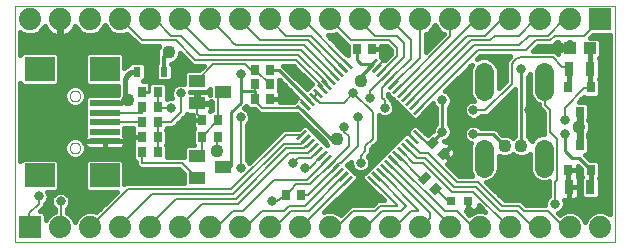
<source format=gtl>
G75*
G70*
%OFA0B0*%
%FSLAX24Y24*%
%IPPOS*%
%LPD*%
%AMOC8*
5,1,8,0,0,1.08239X$1,22.5*
%
%ADD10C,0.0000*%
%ADD11R,0.0276X0.0354*%
%ADD12R,0.0315X0.0315*%
%ADD13R,0.0984X0.0197*%
%ADD14R,0.0984X0.0787*%
%ADD15R,0.0551X0.0394*%
%ADD16R,0.0315X0.0354*%
%ADD17R,0.0315X0.0472*%
%ADD18R,0.0100X0.0394*%
%ADD19R,0.0394X0.0100*%
%ADD20R,0.0740X0.0740*%
%ADD21C,0.0740*%
%ADD22R,0.0248X0.0327*%
%ADD23R,0.0433X0.0394*%
%ADD24C,0.0634*%
%ADD25C,0.0080*%
%ADD26C,0.0160*%
%ADD27C,0.0100*%
%ADD28C,0.0318*%
%ADD29C,0.0436*%
%ADD30C,0.0397*%
%ADD31C,0.0240*%
%ADD32C,0.0120*%
D10*
X000474Y000181D02*
X000474Y008055D01*
X020474Y008055D01*
X020474Y000181D01*
X000474Y000181D01*
X002297Y003315D02*
X002299Y003341D01*
X002305Y003367D01*
X002315Y003392D01*
X002328Y003415D01*
X002344Y003435D01*
X002364Y003453D01*
X002386Y003468D01*
X002409Y003480D01*
X002435Y003488D01*
X002461Y003492D01*
X002487Y003492D01*
X002513Y003488D01*
X002539Y003480D01*
X002563Y003468D01*
X002584Y003453D01*
X002604Y003435D01*
X002620Y003415D01*
X002633Y003392D01*
X002643Y003367D01*
X002649Y003341D01*
X002651Y003315D01*
X002649Y003289D01*
X002643Y003263D01*
X002633Y003238D01*
X002620Y003215D01*
X002604Y003195D01*
X002584Y003177D01*
X002562Y003162D01*
X002539Y003150D01*
X002513Y003142D01*
X002487Y003138D01*
X002461Y003138D01*
X002435Y003142D01*
X002409Y003150D01*
X002385Y003162D01*
X002364Y003177D01*
X002344Y003195D01*
X002328Y003215D01*
X002315Y003238D01*
X002305Y003263D01*
X002299Y003289D01*
X002297Y003315D01*
X002297Y005048D02*
X002299Y005074D01*
X002305Y005100D01*
X002315Y005125D01*
X002328Y005148D01*
X002344Y005168D01*
X002364Y005186D01*
X002386Y005201D01*
X002409Y005213D01*
X002435Y005221D01*
X002461Y005225D01*
X002487Y005225D01*
X002513Y005221D01*
X002539Y005213D01*
X002563Y005201D01*
X002584Y005186D01*
X002604Y005168D01*
X002620Y005148D01*
X002633Y005125D01*
X002643Y005100D01*
X002649Y005074D01*
X002651Y005048D01*
X002649Y005022D01*
X002643Y004996D01*
X002633Y004971D01*
X002620Y004948D01*
X002604Y004928D01*
X002584Y004910D01*
X002562Y004895D01*
X002539Y004883D01*
X002513Y004875D01*
X002487Y004871D01*
X002461Y004871D01*
X002435Y004875D01*
X002409Y004883D01*
X002385Y004895D01*
X002364Y004910D01*
X002344Y004928D01*
X002328Y004948D01*
X002315Y004971D01*
X002305Y004996D01*
X002299Y005022D01*
X002297Y005048D01*
D11*
X004718Y005181D03*
X005230Y005181D03*
X005230Y004681D03*
X004718Y004681D03*
X004718Y004181D03*
X005230Y004181D03*
X005230Y003681D03*
X004718Y003681D03*
X004718Y003181D03*
X005230Y003181D03*
X006718Y003681D03*
X007230Y003681D03*
X007230Y004261D03*
X006718Y004261D03*
X008478Y004961D03*
X008990Y004961D03*
X008990Y005441D03*
X008478Y005441D03*
X008478Y005921D03*
X008990Y005921D03*
X011858Y006601D03*
X012370Y006601D03*
G36*
X014366Y003280D02*
X014171Y003475D01*
X014420Y003724D01*
X014615Y003529D01*
X014366Y003280D01*
G37*
G36*
X014728Y002918D02*
X014533Y003113D01*
X014782Y003362D01*
X014977Y003167D01*
X014728Y002918D01*
G37*
G36*
X014160Y002544D02*
X014355Y002349D01*
X014106Y002100D01*
X013911Y002295D01*
X014160Y002544D01*
G37*
G36*
X014522Y002182D02*
X014717Y001987D01*
X014468Y001738D01*
X014273Y001933D01*
X014522Y002182D01*
G37*
X010010Y001761D03*
X009498Y001761D03*
D12*
X014998Y001541D03*
X015589Y001541D03*
D13*
X003458Y003551D03*
X003458Y003866D03*
X003458Y004181D03*
X003458Y004496D03*
X003458Y004811D03*
D14*
X003458Y005953D03*
X001293Y005953D03*
X001293Y002410D03*
X003458Y002410D03*
D15*
X006541Y002307D03*
X007407Y002681D03*
X006541Y003055D03*
X006541Y004807D03*
X007407Y005181D03*
X006541Y005555D03*
D16*
X018920Y005335D03*
X019668Y005335D03*
X019294Y004508D03*
X019294Y003414D03*
X019668Y002588D03*
X018920Y002588D03*
D17*
X018939Y002001D03*
X019648Y002001D03*
X019648Y005961D03*
X018939Y005961D03*
D18*
G36*
X013819Y004425D02*
X013748Y004496D01*
X014025Y004773D01*
X014096Y004702D01*
X013819Y004425D01*
G37*
G36*
X013680Y004564D02*
X013609Y004635D01*
X013886Y004912D01*
X013957Y004841D01*
X013680Y004564D01*
G37*
G36*
X013541Y004703D02*
X013470Y004774D01*
X013747Y005051D01*
X013818Y004980D01*
X013541Y004703D01*
G37*
G36*
X013402Y004843D02*
X013331Y004914D01*
X013608Y005191D01*
X013679Y005120D01*
X013402Y004843D01*
G37*
G36*
X013263Y004982D02*
X013192Y005053D01*
X013469Y005330D01*
X013540Y005259D01*
X013263Y004982D01*
G37*
G36*
X013123Y005121D02*
X013052Y005192D01*
X013329Y005469D01*
X013400Y005398D01*
X013123Y005121D01*
G37*
G36*
X012984Y005260D02*
X012913Y005331D01*
X013190Y005608D01*
X013261Y005537D01*
X012984Y005260D01*
G37*
G36*
X012845Y005399D02*
X012774Y005470D01*
X013051Y005747D01*
X013122Y005676D01*
X012845Y005399D01*
G37*
G36*
X012706Y005539D02*
X012635Y005610D01*
X012912Y005887D01*
X012983Y005816D01*
X012706Y005539D01*
G37*
G36*
X012567Y005678D02*
X012496Y005749D01*
X012773Y006026D01*
X012844Y005955D01*
X012567Y005678D01*
G37*
G36*
X012427Y005817D02*
X012356Y005888D01*
X012633Y006165D01*
X012704Y006094D01*
X012427Y005817D01*
G37*
G36*
X012288Y005956D02*
X012217Y006027D01*
X012494Y006304D01*
X012565Y006233D01*
X012288Y005956D01*
G37*
G36*
X009922Y003590D02*
X009851Y003661D01*
X010128Y003938D01*
X010199Y003867D01*
X009922Y003590D01*
G37*
G36*
X010061Y003451D02*
X009990Y003522D01*
X010267Y003799D01*
X010338Y003728D01*
X010061Y003451D01*
G37*
G36*
X010200Y003311D02*
X010129Y003382D01*
X010406Y003659D01*
X010477Y003588D01*
X010200Y003311D01*
G37*
G36*
X010340Y003172D02*
X010269Y003243D01*
X010546Y003520D01*
X010617Y003449D01*
X010340Y003172D01*
G37*
G36*
X010479Y003033D02*
X010408Y003104D01*
X010685Y003381D01*
X010756Y003310D01*
X010479Y003033D01*
G37*
G36*
X010618Y002894D02*
X010547Y002965D01*
X010824Y003242D01*
X010895Y003171D01*
X010618Y002894D01*
G37*
G36*
X010757Y002755D02*
X010686Y002826D01*
X010963Y003103D01*
X011034Y003032D01*
X010757Y002755D01*
G37*
G36*
X010896Y002615D02*
X010825Y002686D01*
X011102Y002963D01*
X011173Y002892D01*
X010896Y002615D01*
G37*
G36*
X011036Y002476D02*
X010965Y002547D01*
X011242Y002824D01*
X011313Y002753D01*
X011036Y002476D01*
G37*
G36*
X011175Y002337D02*
X011104Y002408D01*
X011381Y002685D01*
X011452Y002614D01*
X011175Y002337D01*
G37*
G36*
X011314Y002198D02*
X011243Y002269D01*
X011520Y002546D01*
X011591Y002475D01*
X011314Y002198D01*
G37*
G36*
X011453Y002059D02*
X011382Y002130D01*
X011659Y002407D01*
X011730Y002336D01*
X011453Y002059D01*
G37*
D19*
G36*
X012494Y002059D02*
X012217Y002336D01*
X012288Y002407D01*
X012565Y002130D01*
X012494Y002059D01*
G37*
G36*
X012633Y002198D02*
X012356Y002475D01*
X012427Y002546D01*
X012704Y002269D01*
X012633Y002198D01*
G37*
G36*
X012773Y002337D02*
X012496Y002614D01*
X012567Y002685D01*
X012844Y002408D01*
X012773Y002337D01*
G37*
G36*
X012912Y002476D02*
X012635Y002753D01*
X012706Y002824D01*
X012983Y002547D01*
X012912Y002476D01*
G37*
G36*
X013051Y002615D02*
X012774Y002892D01*
X012845Y002963D01*
X013122Y002686D01*
X013051Y002615D01*
G37*
G36*
X013190Y002755D02*
X012913Y003032D01*
X012984Y003103D01*
X013261Y002826D01*
X013190Y002755D01*
G37*
G36*
X013329Y002894D02*
X013052Y003171D01*
X013123Y003242D01*
X013400Y002965D01*
X013329Y002894D01*
G37*
G36*
X013469Y003033D02*
X013192Y003310D01*
X013263Y003381D01*
X013540Y003104D01*
X013469Y003033D01*
G37*
G36*
X013608Y003172D02*
X013331Y003449D01*
X013402Y003520D01*
X013679Y003243D01*
X013608Y003172D01*
G37*
G36*
X013747Y003311D02*
X013470Y003588D01*
X013541Y003659D01*
X013818Y003382D01*
X013747Y003311D01*
G37*
G36*
X013886Y003451D02*
X013609Y003728D01*
X013680Y003799D01*
X013957Y003522D01*
X013886Y003451D01*
G37*
G36*
X014025Y003590D02*
X013748Y003867D01*
X013819Y003938D01*
X014096Y003661D01*
X014025Y003590D01*
G37*
G36*
X010685Y004982D02*
X010408Y005259D01*
X010479Y005330D01*
X010756Y005053D01*
X010685Y004982D01*
G37*
G36*
X010546Y004843D02*
X010269Y005120D01*
X010340Y005191D01*
X010617Y004914D01*
X010546Y004843D01*
G37*
G36*
X010406Y004703D02*
X010129Y004980D01*
X010200Y005051D01*
X010477Y004774D01*
X010406Y004703D01*
G37*
G36*
X010267Y004564D02*
X009990Y004841D01*
X010061Y004912D01*
X010338Y004635D01*
X010267Y004564D01*
G37*
G36*
X010128Y004425D02*
X009851Y004702D01*
X009922Y004773D01*
X010199Y004496D01*
X010128Y004425D01*
G37*
G36*
X010824Y005121D02*
X010547Y005398D01*
X010618Y005469D01*
X010895Y005192D01*
X010824Y005121D01*
G37*
G36*
X010963Y005260D02*
X010686Y005537D01*
X010757Y005608D01*
X011034Y005331D01*
X010963Y005260D01*
G37*
G36*
X011102Y005399D02*
X010825Y005676D01*
X010896Y005747D01*
X011173Y005470D01*
X011102Y005399D01*
G37*
G36*
X011242Y005539D02*
X010965Y005816D01*
X011036Y005887D01*
X011313Y005610D01*
X011242Y005539D01*
G37*
G36*
X011381Y005678D02*
X011104Y005955D01*
X011175Y006026D01*
X011452Y005749D01*
X011381Y005678D01*
G37*
G36*
X011520Y005817D02*
X011243Y006094D01*
X011314Y006165D01*
X011591Y005888D01*
X011520Y005817D01*
G37*
G36*
X011659Y005956D02*
X011382Y006233D01*
X011453Y006304D01*
X011730Y006027D01*
X011659Y005956D01*
G37*
D20*
X019974Y007601D03*
X000974Y000681D03*
D21*
X001974Y000681D03*
X002974Y000681D03*
X003974Y000681D03*
X004974Y000681D03*
X005974Y000681D03*
X006974Y000681D03*
X007974Y000681D03*
X008974Y000681D03*
X009974Y000681D03*
X010974Y000681D03*
X011974Y000681D03*
X012974Y000681D03*
X013974Y000681D03*
X014974Y000681D03*
X015974Y000681D03*
X016974Y000681D03*
X017974Y000681D03*
X018974Y000681D03*
X019974Y000681D03*
X018974Y007601D03*
X017974Y007601D03*
X016974Y007601D03*
X015974Y007601D03*
X014974Y007601D03*
X013974Y007601D03*
X012974Y007601D03*
X011974Y007601D03*
X010974Y007601D03*
X009974Y007601D03*
X008974Y007601D03*
X007974Y007601D03*
X006974Y007601D03*
X005974Y007601D03*
X004974Y007601D03*
X003974Y007601D03*
X002974Y007601D03*
X001974Y007601D03*
X000974Y007601D03*
D22*
X004541Y005861D03*
X005446Y005861D03*
D23*
X018959Y006641D03*
X019628Y006641D03*
D24*
X018114Y005858D02*
X018114Y005225D01*
X016114Y005225D02*
X016114Y005858D01*
X016114Y003298D02*
X016114Y002665D01*
X018114Y002665D02*
X018114Y003298D01*
D25*
X018554Y003621D02*
X018314Y003861D01*
X018314Y004581D01*
X018154Y004741D01*
X018154Y005541D01*
X018114Y005541D01*
X018714Y006021D02*
X018394Y006341D01*
X017402Y006341D01*
X017514Y006581D02*
X017834Y006901D01*
X018314Y006901D01*
X018474Y007061D01*
X019434Y007061D01*
X019974Y007601D01*
X018974Y007601D02*
X018774Y007601D01*
X018234Y007061D01*
X017594Y007061D01*
X017274Y006741D01*
X015786Y006741D01*
X013783Y004738D01*
X013922Y004599D02*
X015905Y006581D01*
X017514Y006581D01*
X017034Y006053D02*
X017034Y005461D01*
X016154Y004581D01*
X015754Y004581D01*
X014184Y003502D02*
X013922Y003764D01*
X013783Y003625D02*
X013466Y003941D01*
X013274Y003941D01*
X012634Y003301D01*
X012474Y003301D01*
X012154Y003221D02*
X011994Y003061D01*
X011994Y002821D01*
X011914Y003381D02*
X011354Y002821D01*
X011274Y002821D01*
X011114Y002661D01*
X011139Y002650D01*
X010250Y001761D01*
X010010Y001761D01*
X009834Y002101D02*
X009658Y001926D01*
X009498Y001761D01*
X009198Y001541D01*
X009034Y001541D01*
X009434Y001701D02*
X009498Y001761D01*
X009834Y002101D02*
X010311Y002101D01*
X010999Y002789D01*
X011034Y002821D01*
X011594Y003381D01*
X011594Y003701D01*
X011434Y003861D01*
X011434Y004021D01*
X011914Y004341D02*
X011914Y003381D01*
X012154Y003381D02*
X012154Y003221D01*
X012154Y003381D02*
X012394Y003621D01*
X012394Y004501D01*
X011754Y005141D01*
X011434Y004821D01*
X010634Y004821D01*
X010474Y004981D01*
X010443Y005017D01*
X010474Y004981D02*
X010474Y005061D01*
X010554Y005141D01*
X010582Y005156D01*
X010721Y005295D02*
X010721Y005374D01*
X009834Y006261D01*
X006474Y006261D01*
X005834Y006901D01*
X004714Y006901D01*
X004014Y007601D01*
X003974Y007601D01*
X004974Y007601D02*
X005134Y007601D01*
X005674Y007061D01*
X005994Y007061D01*
X006634Y006421D01*
X009914Y006421D01*
X010860Y005475D01*
X010860Y005434D01*
X010999Y005573D02*
X009991Y006581D01*
X006954Y006581D01*
X005974Y007561D01*
X005974Y007601D01*
X006954Y007621D02*
X006974Y007601D01*
X007594Y006981D01*
X007754Y006821D01*
X007834Y006741D01*
X010110Y006741D01*
X011139Y005713D01*
X011278Y005852D02*
X010228Y006901D01*
X008634Y006901D01*
X007934Y007601D01*
X007974Y007601D01*
X008894Y007681D02*
X008974Y007601D01*
X009514Y007061D01*
X010346Y007061D01*
X011417Y005991D01*
X011556Y006130D02*
X010085Y007601D01*
X009974Y007601D01*
X010974Y007601D02*
X011674Y006901D01*
X012954Y006901D01*
X013194Y006661D01*
X013194Y006376D01*
X012670Y005852D01*
X012794Y005701D02*
X012809Y005713D01*
X013434Y006337D01*
X013434Y006821D01*
X013194Y007061D01*
X012474Y007061D01*
X011974Y007561D01*
X011974Y007601D01*
X012974Y007601D02*
X013674Y006901D01*
X013674Y006299D01*
X012948Y005573D01*
X012954Y005541D01*
X012714Y005301D01*
X012714Y004981D01*
X012794Y004901D01*
X012794Y004661D01*
X012314Y004981D02*
X012314Y005221D01*
X012794Y005701D01*
X012530Y005991D02*
X012721Y006181D01*
X012874Y006334D01*
X012874Y006501D01*
X012724Y006181D02*
X012721Y006181D01*
X013087Y005434D02*
X013974Y006321D01*
X013974Y007601D01*
X014974Y007601D02*
X014974Y007141D01*
X014974Y007042D01*
X013226Y005295D01*
X013366Y005156D02*
X015891Y007681D01*
X015974Y007601D01*
X016154Y007061D02*
X016694Y007601D01*
X016974Y007601D01*
X017274Y007061D02*
X017814Y007601D01*
X017974Y007601D01*
X017274Y007061D02*
X016474Y007061D01*
X016314Y006901D01*
X015668Y006901D01*
X013644Y004877D01*
X013505Y005017D02*
X015550Y007061D01*
X016154Y007061D01*
X017033Y006053D02*
X017039Y006087D01*
X017049Y006120D01*
X017062Y006153D01*
X017078Y006183D01*
X017097Y006212D01*
X017120Y006239D01*
X017145Y006263D01*
X017172Y006284D01*
X017201Y006302D01*
X017232Y006318D01*
X017265Y006329D01*
X017299Y006338D01*
X017333Y006343D01*
X017367Y006344D01*
X017402Y006342D01*
X018714Y006021D02*
X018874Y006021D01*
X018939Y005961D01*
X019594Y005301D02*
X019668Y005335D01*
X019594Y005301D02*
X019434Y005301D01*
X018794Y004661D01*
X018794Y004261D01*
X018554Y003621D02*
X018554Y002261D01*
X018474Y002181D01*
X018474Y001461D01*
X018234Y001221D02*
X018774Y000681D01*
X018974Y000681D01*
X017974Y000681D02*
X017734Y000681D01*
X017194Y001221D01*
X016634Y001221D01*
X015834Y002021D01*
X015114Y002021D01*
X014154Y002981D01*
X013870Y002981D01*
X013505Y003346D01*
X013366Y003207D02*
X013751Y002821D01*
X014074Y002821D01*
X015034Y001861D01*
X015754Y001861D01*
X016934Y000681D01*
X016974Y000681D01*
X015974Y000681D02*
X015734Y000681D01*
X015194Y001221D01*
X014794Y001221D01*
X013087Y002929D01*
X012948Y002789D02*
X014974Y000764D01*
X014974Y000681D01*
X014314Y000981D02*
X014014Y000681D01*
X013974Y000681D01*
X014314Y000981D02*
X014314Y001145D01*
X012809Y002650D01*
X012670Y002511D02*
X013914Y001267D01*
X013914Y001221D01*
X013674Y001221D01*
X013134Y000681D01*
X012974Y000681D01*
X012714Y001221D02*
X012174Y000681D01*
X011974Y000681D01*
X011754Y001221D02*
X011214Y000681D01*
X010974Y000681D01*
X010005Y000681D02*
X009974Y000681D01*
X010005Y000681D02*
X011556Y002233D01*
X011417Y002372D02*
X010266Y001221D01*
X009674Y001221D01*
X009134Y000681D01*
X008974Y000681D01*
X008714Y001221D02*
X008174Y000681D01*
X007974Y000681D01*
X007754Y001221D02*
X007214Y000681D01*
X006974Y000681D01*
X006714Y001461D02*
X005974Y000721D01*
X005974Y000681D01*
X005834Y001621D02*
X004974Y000761D01*
X004974Y000681D01*
X003974Y000681D02*
X003974Y000721D01*
X005034Y001781D01*
X007754Y001781D01*
X009434Y003461D01*
X010001Y003461D01*
X010164Y003625D01*
X010303Y003485D02*
X010119Y003301D01*
X009514Y003301D01*
X007834Y001621D01*
X005834Y001621D01*
X006714Y001461D02*
X007914Y001461D01*
X009594Y003141D01*
X010238Y003141D01*
X010443Y003346D01*
X010582Y003207D02*
X010356Y002981D01*
X009914Y002981D01*
X009754Y002821D01*
X010154Y002661D02*
X010315Y002661D01*
X010721Y003068D01*
X010860Y002929D02*
X010193Y002261D01*
X009114Y002261D01*
X008074Y001221D01*
X007754Y001221D01*
X008714Y001221D02*
X009434Y001221D01*
X009594Y001381D01*
X010148Y001381D01*
X011278Y002511D01*
X012391Y002233D02*
X013194Y001430D01*
X013194Y001381D01*
X012634Y001381D01*
X012474Y001221D01*
X011754Y001221D01*
X012714Y001221D02*
X013354Y001221D01*
X013514Y001381D01*
X013514Y001389D01*
X012530Y002372D01*
X013226Y003068D02*
X013972Y002322D01*
X014133Y002322D01*
X014495Y001960D02*
X014914Y001541D01*
X014998Y001541D01*
X015589Y001541D02*
X015594Y001537D01*
X015594Y001221D01*
X015914Y002181D02*
X016714Y001381D01*
X017274Y001381D01*
X017434Y001221D01*
X018234Y001221D01*
X015914Y002181D02*
X015194Y002181D01*
X014234Y003141D01*
X013988Y003141D01*
X013644Y003485D01*
X014184Y003502D02*
X014393Y003502D01*
X010025Y003764D02*
X009496Y003764D01*
X007674Y001941D01*
X004234Y001941D01*
X002974Y000681D01*
X001994Y000741D02*
X001974Y000681D01*
X001994Y000741D02*
X001994Y001541D01*
X001274Y001461D02*
X001274Y001701D01*
X001274Y001461D02*
X000954Y001141D01*
X000954Y000741D01*
X000974Y000681D01*
X004714Y002821D02*
X004718Y002826D01*
X004718Y003181D01*
X005230Y003181D02*
X005230Y003681D01*
X005230Y004181D01*
X005674Y004181D01*
X005994Y004501D01*
X005994Y005141D01*
X005230Y005181D02*
X005230Y004681D01*
X005274Y004661D01*
X005674Y004661D01*
X006541Y004807D02*
X006541Y004439D01*
X006718Y004261D01*
X007230Y004261D02*
X006718Y003681D01*
X006718Y003233D01*
X006541Y003055D01*
X006027Y002821D02*
X004714Y002821D01*
X006027Y002821D02*
X006541Y002307D01*
X007994Y002661D02*
X007994Y004341D01*
X008478Y004897D02*
X008714Y004661D01*
X009963Y004661D01*
X010025Y004599D01*
X010164Y004738D02*
X009681Y005221D01*
X009514Y005221D01*
X008990Y005441D02*
X008478Y005921D01*
X008334Y005921D01*
X008154Y006101D01*
X007087Y006101D01*
X006541Y005555D01*
X007230Y005004D02*
X007407Y005181D01*
X007230Y005004D02*
X007230Y004261D01*
X007230Y003681D02*
X007194Y003621D01*
X007194Y003221D01*
X004718Y004181D02*
X003458Y004181D01*
X003458Y004496D02*
X004718Y004496D01*
X004718Y004681D01*
X004234Y004901D02*
X004114Y004941D01*
X008478Y004961D02*
X008478Y004897D01*
X008478Y004961D02*
X008478Y005441D01*
D26*
X009287Y005413D02*
X009470Y005413D01*
X009312Y005572D02*
X009287Y005572D01*
X009287Y005596D02*
X009888Y004995D01*
X009846Y004953D01*
X009822Y004911D01*
X009818Y004897D01*
X009783Y004861D01*
X009307Y004861D01*
X009307Y004961D01*
X008990Y004961D01*
X008990Y004962D01*
X009307Y004962D01*
X009307Y005162D01*
X009295Y005208D01*
X009287Y005221D01*
X009287Y005596D01*
X009747Y005730D02*
X010082Y005730D01*
X010240Y005572D02*
X009906Y005572D01*
X010064Y005413D02*
X010335Y005413D01*
X010367Y005445D02*
X009751Y006061D01*
X009416Y006061D01*
X010200Y005278D01*
X010272Y005351D01*
X010367Y005445D01*
X009629Y005255D02*
X009287Y005255D01*
X009307Y005096D02*
X009787Y005096D01*
X009837Y004938D02*
X009307Y004938D01*
X008631Y004461D02*
X008514Y004579D01*
X008468Y004624D01*
X008274Y004624D01*
X008184Y004714D01*
X008108Y004639D01*
X008174Y004612D01*
X008264Y004522D01*
X008313Y004405D01*
X008313Y004278D01*
X008264Y004161D01*
X008194Y004090D01*
X008194Y002913D01*
X008264Y002842D01*
X008272Y002823D01*
X009296Y003847D01*
X009296Y003847D01*
X009413Y003964D01*
X009928Y003964D01*
X010062Y004098D01*
X010195Y004098D01*
X010334Y003959D01*
X010473Y003820D01*
X010613Y003681D01*
X010777Y003516D01*
X010777Y003516D01*
X010864Y003429D01*
X010840Y003487D01*
X010793Y003534D01*
X010063Y004264D01*
X010062Y004264D01*
X009866Y004461D01*
X008631Y004461D01*
X008630Y004462D02*
X008289Y004462D01*
X008313Y004304D02*
X010023Y004304D01*
X010182Y004145D02*
X008248Y004145D01*
X008194Y003986D02*
X009951Y003986D01*
X010307Y003986D02*
X010340Y003986D01*
X010465Y003828D02*
X010499Y003828D01*
X010624Y003669D02*
X010658Y003669D01*
X010782Y003511D02*
X010816Y003511D01*
X011554Y002739D02*
X011675Y002860D01*
X011675Y002758D01*
X011723Y002641D01*
X011813Y002551D01*
X011930Y002502D01*
X012057Y002502D01*
X012174Y002551D01*
X012264Y002641D01*
X012313Y002758D01*
X012313Y002885D01*
X012264Y003002D01*
X012241Y003026D01*
X012354Y003139D01*
X012354Y003299D01*
X012594Y003539D01*
X012594Y003704D01*
X012594Y004410D01*
X012613Y004391D01*
X012730Y004342D01*
X012857Y004342D01*
X012974Y004391D01*
X013064Y004481D01*
X013113Y004598D01*
X013113Y004725D01*
X013064Y004842D01*
X012994Y004913D01*
X012994Y004984D01*
X012914Y005064D01*
X012914Y005103D01*
X012917Y005100D01*
X013056Y004960D01*
X013196Y004821D01*
X013335Y004682D01*
X013474Y004543D01*
X013613Y004404D01*
X013752Y004264D01*
X013885Y004264D01*
X014257Y004636D01*
X014257Y004651D01*
X014409Y004803D01*
X014443Y004721D01*
X014504Y004660D01*
X014504Y004103D01*
X014443Y004042D01*
X014395Y003925D01*
X014395Y003885D01*
X014354Y003885D01*
X014226Y003757D01*
X013885Y004098D01*
X013752Y004098D01*
X013625Y003971D01*
X013610Y003967D01*
X013569Y003943D01*
X013517Y003891D01*
X013588Y003820D01*
X013588Y003820D01*
X013588Y003820D01*
X013517Y003891D01*
X013465Y003839D01*
X013441Y003798D01*
X013437Y003783D01*
X013309Y003656D01*
X013170Y003516D01*
X013031Y003377D01*
X012892Y003238D01*
X012753Y003099D01*
X012614Y002960D01*
X012474Y002820D01*
X012335Y002681D01*
X012196Y002542D01*
X012057Y002403D01*
X012057Y002270D01*
X012429Y001898D01*
X012443Y001898D01*
X012760Y001581D01*
X012717Y001581D01*
X012551Y001581D01*
X012391Y001421D01*
X011837Y001421D01*
X011671Y001421D01*
X011327Y001078D01*
X011274Y001131D01*
X011079Y001211D01*
X010868Y001211D01*
X010782Y001176D01*
X011504Y001898D01*
X011519Y001898D01*
X011891Y002270D01*
X011891Y002403D01*
X011726Y002567D01*
X011587Y002706D01*
X011554Y002739D01*
X011575Y002718D02*
X011691Y002718D01*
X011734Y002560D02*
X011804Y002560D01*
X011891Y002401D02*
X012057Y002401D01*
X012183Y002560D02*
X012214Y002560D01*
X012296Y002718D02*
X012372Y002718D01*
X012313Y002877D02*
X012531Y002877D01*
X012689Y003035D02*
X012250Y003035D01*
X012354Y003194D02*
X012848Y003194D01*
X013006Y003352D02*
X012407Y003352D01*
X012566Y003511D02*
X013165Y003511D01*
X013323Y003669D02*
X012594Y003669D01*
X012594Y003828D02*
X013458Y003828D01*
X013580Y003828D02*
X013580Y003828D01*
X013640Y003986D02*
X012594Y003986D01*
X012594Y004145D02*
X014504Y004145D01*
X014504Y004304D02*
X013924Y004304D01*
X013713Y004304D02*
X012594Y004304D01*
X013046Y004462D02*
X013555Y004462D01*
X013396Y004621D02*
X013113Y004621D01*
X013090Y004779D02*
X013238Y004779D01*
X013079Y004938D02*
X012994Y004938D01*
X012920Y005096D02*
X012914Y005096D01*
X014241Y004621D02*
X014504Y004621D01*
X014504Y004462D02*
X014082Y004462D01*
X014385Y004779D02*
X014419Y004779D01*
X014924Y004660D02*
X014984Y004721D01*
X015033Y004838D01*
X015033Y004965D01*
X014984Y005082D01*
X014894Y005172D01*
X014812Y005206D01*
X015692Y006086D01*
X015637Y005953D01*
X015637Y005130D01*
X015709Y004954D01*
X015764Y004900D01*
X015690Y004900D01*
X015573Y004852D01*
X015483Y004762D01*
X015435Y004645D01*
X015435Y004518D01*
X015483Y004401D01*
X015573Y004311D01*
X015690Y004262D01*
X015817Y004262D01*
X015934Y004311D01*
X016005Y004381D01*
X016237Y004381D01*
X016354Y004499D01*
X017116Y005261D01*
X017117Y005261D02*
X017144Y005289D01*
X017144Y003704D01*
X017139Y003702D01*
X017074Y003636D01*
X017008Y003702D01*
X016869Y003759D01*
X016718Y003759D01*
X016714Y003758D01*
X016604Y003868D01*
X016481Y003991D01*
X015995Y003991D01*
X015934Y004052D01*
X015817Y004100D01*
X015690Y004100D01*
X015573Y004052D01*
X015483Y003962D01*
X015435Y003845D01*
X015435Y003718D01*
X015483Y003601D01*
X015573Y003511D01*
X015669Y003471D01*
X015637Y003393D01*
X015637Y002570D01*
X015709Y002394D01*
X015723Y002381D01*
X015277Y002381D01*
X014861Y002797D01*
X014979Y002916D01*
X015121Y003058D01*
X015145Y003099D01*
X015157Y003145D01*
X015157Y003192D01*
X015145Y003238D01*
X015121Y003279D01*
X015007Y003393D01*
X014893Y003507D01*
X014852Y003531D01*
X014806Y003543D01*
X014779Y003543D01*
X014894Y003591D01*
X014984Y003681D01*
X015033Y003798D01*
X015033Y003925D01*
X014984Y004042D01*
X014924Y004103D01*
X014924Y004660D01*
X014924Y004621D02*
X015435Y004621D01*
X015458Y004462D02*
X014924Y004462D01*
X014924Y004304D02*
X015591Y004304D01*
X015917Y004304D02*
X017144Y004304D01*
X017144Y004145D02*
X014924Y004145D01*
X015007Y003986D02*
X015508Y003986D01*
X015435Y003828D02*
X015033Y003828D01*
X014973Y003669D02*
X015455Y003669D01*
X015573Y003511D02*
X014887Y003511D01*
X015007Y003393D02*
X014755Y003141D01*
X014755Y003141D01*
X015007Y003393D01*
X014966Y003352D02*
X014967Y003352D01*
X015048Y003352D02*
X015637Y003352D01*
X015637Y003194D02*
X015157Y003194D01*
X015099Y003035D02*
X015637Y003035D01*
X015637Y002877D02*
X014940Y002877D01*
X014979Y002916D02*
X014755Y003140D01*
X014979Y002916D01*
X014860Y003035D02*
X014860Y003035D01*
X014755Y003140D02*
X014755Y003140D01*
X014808Y003194D02*
X014808Y003194D01*
X014940Y002718D02*
X015637Y002718D01*
X015641Y002560D02*
X015098Y002560D01*
X015257Y002401D02*
X015707Y002401D01*
X016190Y002188D02*
X016209Y002188D01*
X016384Y002260D01*
X016518Y002394D01*
X016591Y002570D01*
X016591Y003056D01*
X016718Y003003D01*
X016869Y003003D01*
X017008Y003061D01*
X017074Y003127D01*
X017139Y003061D01*
X017278Y003003D01*
X017429Y003003D01*
X017568Y003061D01*
X017637Y003130D01*
X017637Y002570D01*
X017709Y002394D01*
X017844Y002260D01*
X018019Y002188D01*
X018209Y002188D01*
X018274Y002215D01*
X018274Y001713D01*
X018203Y001642D01*
X018155Y001525D01*
X018155Y001421D01*
X018151Y001421D01*
X017517Y001421D01*
X017357Y001581D01*
X017191Y001581D01*
X016797Y001581D01*
X016190Y002188D01*
X016294Y002084D02*
X018274Y002084D01*
X018274Y001925D02*
X016453Y001925D01*
X016611Y001767D02*
X018274Y001767D01*
X018189Y001608D02*
X016770Y001608D01*
X016041Y001291D02*
X015901Y001291D01*
X015890Y001273D02*
X015914Y001314D01*
X015926Y001360D01*
X015926Y001406D01*
X016150Y001182D01*
X016079Y001211D01*
X015868Y001211D01*
X015673Y001131D01*
X015620Y001078D01*
X015494Y001204D01*
X015589Y001204D01*
X015770Y001204D01*
X015816Y001216D01*
X015857Y001240D01*
X015890Y001273D01*
X015678Y001133D02*
X015565Y001133D01*
X015589Y001204D02*
X015589Y001541D01*
X015589Y001204D01*
X015589Y001291D02*
X015589Y001291D01*
X015589Y001450D02*
X015589Y001450D01*
X015589Y001541D02*
X015589Y001541D01*
X016341Y002242D02*
X017887Y002242D01*
X017707Y002401D02*
X016521Y002401D01*
X016586Y002560D02*
X017641Y002560D01*
X017637Y002718D02*
X016591Y002718D01*
X016591Y002877D02*
X017637Y002877D01*
X017637Y003035D02*
X017506Y003035D01*
X017201Y003035D02*
X016946Y003035D01*
X016641Y003035D02*
X016591Y003035D01*
X017568Y003702D02*
X017674Y003596D01*
X017697Y003539D01*
X017709Y003568D01*
X017844Y003702D01*
X018019Y003775D01*
X018117Y003775D01*
X018114Y003779D01*
X018114Y004499D01*
X018071Y004541D01*
X017954Y004659D01*
X017954Y004775D01*
X017844Y004820D01*
X017709Y004954D01*
X017637Y005130D01*
X017637Y005791D01*
X017624Y005761D01*
X017564Y005700D01*
X017564Y003704D01*
X017568Y003702D01*
X017600Y003669D02*
X017810Y003669D01*
X017564Y003828D02*
X018114Y003828D01*
X018114Y003986D02*
X017564Y003986D01*
X017564Y004145D02*
X018114Y004145D01*
X018114Y004304D02*
X017564Y004304D01*
X017564Y004462D02*
X018114Y004462D01*
X017992Y004621D02*
X017564Y004621D01*
X017564Y004779D02*
X017943Y004779D01*
X017726Y004938D02*
X017564Y004938D01*
X017564Y005096D02*
X017651Y005096D01*
X017637Y005255D02*
X017564Y005255D01*
X017564Y005413D02*
X017637Y005413D01*
X017637Y005572D02*
X017564Y005572D01*
X017594Y005730D02*
X017637Y005730D01*
X016834Y005730D02*
X016591Y005730D01*
X016591Y005572D02*
X016834Y005572D01*
X016834Y005544D02*
X016591Y005301D01*
X016591Y005953D01*
X016518Y006128D01*
X016384Y006262D01*
X016209Y006335D01*
X016019Y006335D01*
X015886Y006280D01*
X015988Y006381D01*
X016975Y006381D01*
X016852Y006218D01*
X016844Y006146D01*
X016834Y006136D01*
X016834Y006065D01*
X016825Y005995D01*
X016834Y005984D01*
X016834Y005544D01*
X016703Y005413D02*
X016591Y005413D01*
X017110Y005255D02*
X017144Y005255D01*
X017117Y005261D02*
X017116Y005261D01*
X017144Y005096D02*
X016951Y005096D01*
X016793Y004938D02*
X017144Y004938D01*
X017144Y004779D02*
X016634Y004779D01*
X016476Y004621D02*
X017144Y004621D01*
X017144Y004462D02*
X016317Y004462D01*
X016354Y004499D02*
X016354Y004499D01*
X015726Y004938D02*
X015033Y004938D01*
X015008Y004779D02*
X015500Y004779D01*
X015651Y005096D02*
X014970Y005096D01*
X014861Y005255D02*
X015637Y005255D01*
X015637Y005413D02*
X015020Y005413D01*
X015178Y005572D02*
X015637Y005572D01*
X015637Y005730D02*
X015337Y005730D01*
X015495Y005889D02*
X015637Y005889D01*
X015654Y006048D02*
X015676Y006048D01*
X015971Y006365D02*
X016962Y006365D01*
X016852Y006218D02*
X016852Y006218D01*
X016851Y006206D02*
X016440Y006206D01*
X016551Y006048D02*
X016832Y006048D01*
X016834Y005889D02*
X016591Y005889D01*
X017756Y006541D02*
X017917Y006701D01*
X018231Y006701D01*
X018397Y006701D01*
X018557Y006861D01*
X018563Y006861D01*
X018563Y006660D01*
X018940Y006660D01*
X018940Y006623D01*
X018563Y006623D01*
X018563Y006455D01*
X018477Y006541D01*
X017756Y006541D01*
X017897Y006682D02*
X018563Y006682D01*
X018563Y006523D02*
X018495Y006523D01*
X018535Y006840D02*
X018563Y006840D01*
X018941Y006840D02*
X018977Y006840D01*
X018977Y006861D02*
X018977Y006660D01*
X018941Y006660D01*
X018941Y006861D01*
X018977Y006861D01*
X018977Y006682D02*
X018941Y006682D01*
X019628Y006641D02*
X019648Y006622D01*
X019648Y005961D01*
X019648Y005355D01*
X019668Y005335D01*
X019985Y005413D02*
X020294Y005413D01*
X020294Y005572D02*
X019985Y005572D01*
X019985Y005579D02*
X019935Y005629D01*
X019965Y005659D01*
X019965Y006264D01*
X019928Y006301D01*
X020005Y006378D01*
X020005Y006905D01*
X019911Y006998D01*
X019653Y006998D01*
X019727Y007071D01*
X020294Y007071D01*
X020294Y001111D01*
X020274Y001131D01*
X020079Y001211D01*
X019868Y001211D01*
X019673Y001131D01*
X019524Y000982D01*
X019474Y000859D01*
X019423Y000982D01*
X019274Y001131D01*
X019079Y001211D01*
X018868Y001211D01*
X018673Y001131D01*
X018640Y001098D01*
X018578Y001159D01*
X018654Y001191D01*
X018744Y001281D01*
X018793Y001398D01*
X018793Y001525D01*
X018768Y001585D01*
X018939Y001585D01*
X018939Y002001D01*
X018940Y002001D01*
X018940Y002002D01*
X019277Y002002D01*
X019277Y002261D01*
X019265Y002307D01*
X019245Y002341D01*
X019257Y002387D01*
X019257Y002587D01*
X018920Y002587D01*
X018920Y002588D01*
X019257Y002588D01*
X019257Y002701D01*
X019350Y002608D01*
X019350Y002344D01*
X019361Y002334D01*
X019331Y002304D01*
X019331Y001699D01*
X019424Y001605D01*
X019872Y001605D01*
X019965Y001699D01*
X019965Y002304D01*
X019955Y002314D01*
X019985Y002344D01*
X019985Y002831D01*
X019891Y002925D01*
X019627Y002925D01*
X019475Y003077D01*
X019517Y003077D01*
X019611Y003171D01*
X019611Y003658D01*
X019574Y003695D01*
X019574Y003787D01*
X019594Y003807D01*
X019652Y003946D01*
X019652Y004097D01*
X019594Y004236D01*
X019588Y004242D01*
X019611Y004265D01*
X019611Y004752D01*
X019517Y004845D01*
X019261Y004845D01*
X019429Y005013D01*
X019444Y004998D01*
X019891Y004998D01*
X019985Y005092D01*
X019985Y005579D01*
X019965Y005730D02*
X020294Y005730D01*
X020294Y005889D02*
X019965Y005889D01*
X019965Y006048D02*
X020294Y006048D01*
X020294Y006206D02*
X019965Y006206D01*
X019991Y006365D02*
X020294Y006365D01*
X020294Y006523D02*
X020005Y006523D01*
X020005Y006682D02*
X020294Y006682D01*
X020294Y006840D02*
X020005Y006840D01*
X020294Y006999D02*
X019654Y006999D01*
X018939Y005961D02*
X018939Y005355D01*
X018920Y005335D01*
X019353Y004938D02*
X020294Y004938D01*
X020294Y004779D02*
X019584Y004779D01*
X019611Y004621D02*
X020294Y004621D01*
X020294Y004462D02*
X019611Y004462D01*
X019611Y004304D02*
X020294Y004304D01*
X020294Y004145D02*
X019632Y004145D01*
X019652Y003986D02*
X020294Y003986D01*
X020294Y003828D02*
X019603Y003828D01*
X019600Y003669D02*
X020294Y003669D01*
X020294Y003511D02*
X019611Y003511D01*
X019611Y003352D02*
X020294Y003352D01*
X020294Y003194D02*
X019611Y003194D01*
X019517Y003035D02*
X020294Y003035D01*
X020294Y002877D02*
X019940Y002877D01*
X019985Y002718D02*
X020294Y002718D01*
X020294Y002560D02*
X019985Y002560D01*
X019985Y002401D02*
X020294Y002401D01*
X020294Y002242D02*
X019965Y002242D01*
X019965Y002084D02*
X020294Y002084D01*
X020294Y001925D02*
X019965Y001925D01*
X019668Y002021D02*
X019668Y002588D01*
X019350Y002560D02*
X019257Y002560D01*
X019257Y002401D02*
X019350Y002401D01*
X019331Y002242D02*
X019277Y002242D01*
X019277Y002084D02*
X019331Y002084D01*
X019277Y002001D02*
X018940Y002001D01*
X018940Y001585D01*
X019121Y001585D01*
X019166Y001597D01*
X019207Y001621D01*
X019241Y001655D01*
X019265Y001696D01*
X019277Y001741D01*
X019277Y002001D01*
X019277Y001925D02*
X019331Y001925D01*
X018940Y001925D02*
X018939Y001925D01*
X018939Y002001D02*
X018920Y002021D01*
X018920Y002588D01*
X019648Y002001D02*
X019668Y002021D01*
X019965Y001767D02*
X020294Y001767D01*
X020294Y001608D02*
X019875Y001608D01*
X020294Y001450D02*
X018793Y001450D01*
X018749Y001291D02*
X020294Y001291D01*
X020294Y001133D02*
X020269Y001133D01*
X019678Y001133D02*
X019269Y001133D01*
X019426Y000974D02*
X019521Y000974D01*
X018678Y001133D02*
X018605Y001133D01*
X018155Y001450D02*
X017488Y001450D01*
X018939Y001608D02*
X018940Y001608D01*
X019185Y001608D02*
X019421Y001608D01*
X019331Y001767D02*
X019277Y001767D01*
X018940Y001767D02*
X018939Y001767D01*
X017107Y003669D02*
X017040Y003669D01*
X017144Y003828D02*
X016644Y003828D01*
X016486Y003986D02*
X017144Y003986D01*
X019274Y004021D02*
X019294Y004021D01*
X019985Y005096D02*
X020294Y005096D01*
X020294Y005255D02*
X019985Y005255D01*
X014763Y007115D02*
X014174Y006525D01*
X014174Y007111D01*
X014274Y007152D01*
X014423Y007301D01*
X014474Y007424D01*
X014524Y007301D01*
X014673Y007152D01*
X014763Y007115D01*
X014668Y007157D02*
X014279Y007157D01*
X014429Y007316D02*
X014518Y007316D01*
X014647Y006999D02*
X014174Y006999D01*
X014174Y006840D02*
X014489Y006840D01*
X014330Y006682D02*
X014174Y006682D01*
X012994Y006579D02*
X012994Y006459D01*
X012795Y006260D01*
X012745Y006309D01*
X012704Y006333D01*
X012689Y006337D01*
X012674Y006352D01*
X012675Y006355D01*
X012687Y006401D01*
X012687Y006601D01*
X012370Y006601D01*
X012370Y006602D01*
X012687Y006602D01*
X012687Y006701D01*
X012871Y006701D01*
X012994Y006579D01*
X012994Y006523D02*
X012687Y006523D01*
X012687Y006682D02*
X012891Y006682D01*
X012900Y006365D02*
X012678Y006365D01*
X011560Y006423D02*
X011519Y006465D01*
X011504Y006465D01*
X010898Y007071D01*
X011079Y007071D01*
X011179Y007113D01*
X011474Y006819D01*
X011560Y006732D01*
X011560Y006423D01*
X011560Y006523D02*
X011446Y006523D01*
X011560Y006682D02*
X011287Y006682D01*
X011129Y006840D02*
X011452Y006840D01*
X011293Y006999D02*
X010970Y006999D01*
X009765Y006048D02*
X009430Y006048D01*
X009589Y005889D02*
X009923Y005889D01*
X008472Y004621D02*
X008153Y004621D01*
X007030Y004621D02*
X006996Y004621D01*
X006996Y004587D02*
X006996Y004789D01*
X006559Y004789D01*
X006559Y004826D01*
X006522Y004826D01*
X006522Y005184D01*
X006313Y005184D01*
X006313Y005199D01*
X006882Y005199D01*
X006971Y005287D01*
X006971Y005096D01*
X006971Y005096D01*
X006960Y005115D01*
X006927Y005148D01*
X006886Y005172D01*
X006840Y005184D01*
X006559Y005184D01*
X006559Y004826D01*
X006996Y004826D01*
X006996Y004893D01*
X007030Y004860D01*
X007030Y004599D01*
X007026Y004599D01*
X006990Y004563D01*
X006996Y004587D01*
X006996Y004779D02*
X007030Y004779D01*
X006559Y004938D02*
X006522Y004938D01*
X006522Y005096D02*
X006559Y005096D01*
X006939Y005255D02*
X006971Y005255D01*
X006105Y005441D02*
X006057Y005460D01*
X005930Y005460D01*
X005813Y005412D01*
X005723Y005322D01*
X005675Y005205D01*
X005675Y005078D01*
X005715Y004980D01*
X005610Y004980D01*
X005527Y004946D01*
X005527Y005425D01*
X005434Y005519D01*
X005026Y005519D01*
X004988Y005481D01*
X004966Y005503D01*
X004925Y005526D01*
X004879Y005539D01*
X004732Y005539D01*
X004825Y005632D01*
X004825Y006091D01*
X004731Y006185D01*
X004351Y006185D01*
X004257Y006091D01*
X004257Y006068D01*
X004143Y006021D01*
X004143Y006021D01*
X004110Y005988D01*
X004110Y006413D01*
X004016Y006507D01*
X002900Y006507D01*
X002806Y006413D01*
X002806Y005493D01*
X002900Y005399D01*
X003914Y005399D01*
X003914Y005116D01*
X003913Y005116D01*
X003894Y005070D01*
X002900Y005070D01*
X002831Y005001D01*
X002831Y005119D01*
X002776Y005250D01*
X002676Y005350D01*
X002545Y005405D01*
X002403Y005405D01*
X002271Y005350D01*
X002171Y005250D01*
X002117Y005119D01*
X002117Y004976D01*
X002171Y004845D01*
X002271Y004745D01*
X002403Y004690D01*
X002545Y004690D01*
X002676Y004745D01*
X002776Y004845D01*
X002806Y004916D01*
X002806Y004661D01*
X002806Y004332D01*
X002806Y004031D01*
X002806Y003733D01*
X002798Y003719D01*
X002786Y003674D01*
X002786Y003552D01*
X003458Y003552D01*
X004130Y003552D01*
X004130Y003674D01*
X004118Y003719D01*
X004110Y003733D01*
X004110Y003981D01*
X004420Y003981D01*
X004420Y003941D01*
X004412Y003928D01*
X004400Y003882D01*
X004400Y003682D01*
X004717Y003682D01*
X004717Y003681D01*
X004400Y003681D01*
X004400Y003481D01*
X004412Y003435D01*
X004420Y003421D01*
X004420Y002938D01*
X004514Y002844D01*
X004514Y002739D01*
X004631Y002621D01*
X004797Y002621D01*
X005944Y002621D01*
X006105Y002460D01*
X006105Y002141D01*
X004317Y002141D01*
X004151Y002141D01*
X004110Y002101D01*
X004110Y002870D01*
X004016Y002963D01*
X002900Y002963D01*
X002806Y002870D01*
X002806Y001950D01*
X002900Y001856D01*
X003866Y001856D01*
X003179Y001170D01*
X003079Y001211D01*
X002868Y001211D01*
X002673Y001131D01*
X002524Y000982D01*
X002474Y000859D01*
X002423Y000982D01*
X002274Y001131D01*
X002194Y001164D01*
X002194Y001290D01*
X002264Y001361D01*
X002313Y001478D01*
X002313Y001605D01*
X002264Y001722D01*
X002174Y001812D01*
X002057Y001860D01*
X001930Y001860D01*
X001813Y001812D01*
X001723Y001722D01*
X001675Y001605D01*
X001675Y001478D01*
X001723Y001361D01*
X001794Y001290D01*
X001794Y001181D01*
X001673Y001131D01*
X001524Y000982D01*
X001504Y000932D01*
X001504Y001118D01*
X001410Y001211D01*
X001306Y001211D01*
X001357Y001261D01*
X001474Y001379D01*
X001474Y001450D01*
X001686Y001450D01*
X001544Y001521D02*
X001593Y001638D01*
X001593Y001765D01*
X001555Y001856D01*
X001851Y001856D01*
X001945Y001950D01*
X001945Y002870D01*
X001851Y002963D01*
X000734Y002963D01*
X000654Y002883D01*
X000654Y005480D01*
X000734Y005399D01*
X001851Y005399D01*
X001945Y005493D01*
X001945Y006413D01*
X001851Y006507D01*
X000734Y006507D01*
X000654Y006426D01*
X000654Y007172D01*
X000673Y007152D01*
X000868Y007071D01*
X001079Y007071D01*
X001274Y007152D01*
X001423Y007301D01*
X001462Y007396D01*
X001464Y007390D01*
X001503Y007313D01*
X001554Y007243D01*
X001615Y007182D01*
X001685Y007131D01*
X001763Y007092D01*
X001845Y007065D01*
X001930Y007051D01*
X001954Y007051D01*
X001954Y007581D01*
X001994Y007581D01*
X001994Y007051D01*
X002017Y007051D01*
X002102Y007065D01*
X002185Y007092D01*
X002262Y007131D01*
X002332Y007182D01*
X002393Y007243D01*
X002444Y007313D01*
X002483Y007390D01*
X002485Y007396D01*
X002524Y007301D01*
X002673Y007152D01*
X002868Y007071D01*
X003079Y007071D01*
X003274Y007152D01*
X003423Y007301D01*
X003474Y007424D01*
X003524Y007301D01*
X003673Y007152D01*
X003868Y007071D01*
X004079Y007071D01*
X004208Y007125D01*
X004631Y006701D01*
X004797Y006701D01*
X005267Y006701D01*
X005216Y006577D01*
X005216Y006434D01*
X005214Y006433D01*
X005214Y006250D01*
X005214Y006142D01*
X005162Y006091D01*
X005162Y005632D01*
X005256Y005538D01*
X005637Y005538D01*
X005730Y005632D01*
X005730Y006091D01*
X005690Y006132D01*
X005808Y006181D01*
X005914Y006287D01*
X005972Y006426D01*
X005972Y006481D01*
X006391Y006061D01*
X006557Y006061D01*
X006764Y006061D01*
X006615Y005912D01*
X006199Y005912D01*
X006105Y005819D01*
X006105Y005441D01*
X006105Y005572D02*
X005671Y005572D01*
X005527Y005413D02*
X005817Y005413D01*
X005695Y005255D02*
X005527Y005255D01*
X005527Y005096D02*
X005675Y005096D01*
X005222Y005572D02*
X004765Y005572D01*
X004442Y005861D02*
X004410Y005859D01*
X004378Y005854D01*
X004347Y005845D01*
X004317Y005832D01*
X004289Y005817D01*
X004262Y005798D01*
X004238Y005777D01*
X004217Y005753D01*
X004198Y005726D01*
X004183Y005698D01*
X004170Y005668D01*
X004161Y005637D01*
X004156Y005605D01*
X004154Y005573D01*
X004154Y004981D01*
X004114Y004941D01*
X003994Y004821D01*
X003468Y004821D01*
X003458Y004811D01*
X003905Y005096D02*
X002831Y005096D01*
X002771Y005255D02*
X003914Y005255D01*
X004825Y005730D02*
X005162Y005730D01*
X005162Y005889D02*
X004825Y005889D01*
X004825Y006048D02*
X005162Y006048D01*
X005214Y006206D02*
X004110Y006206D01*
X004110Y006048D02*
X004207Y006048D01*
X004442Y005861D02*
X004541Y005861D01*
X004110Y006365D02*
X005214Y006365D01*
X005216Y006523D02*
X000654Y006523D01*
X000654Y006682D02*
X005259Y006682D01*
X005946Y006365D02*
X006088Y006365D01*
X006246Y006206D02*
X005833Y006206D01*
X005730Y006048D02*
X006750Y006048D01*
X006175Y005889D02*
X005730Y005889D01*
X005730Y005730D02*
X006105Y005730D01*
X004492Y006840D02*
X000654Y006840D01*
X000654Y006999D02*
X004333Y006999D01*
X003668Y007157D02*
X003279Y007157D01*
X003429Y007316D02*
X003518Y007316D01*
X002668Y007157D02*
X002298Y007157D01*
X002445Y007316D02*
X002518Y007316D01*
X001994Y007316D02*
X001954Y007316D01*
X001954Y007157D02*
X001994Y007157D01*
X001649Y007157D02*
X001279Y007157D01*
X001429Y007316D02*
X001502Y007316D01*
X001954Y007474D02*
X001994Y007474D01*
X000668Y007157D02*
X000654Y007157D01*
X001945Y006365D02*
X002806Y006365D01*
X002806Y006206D02*
X001945Y006206D01*
X001945Y006048D02*
X002806Y006048D01*
X002806Y005889D02*
X001945Y005889D01*
X001945Y005730D02*
X002806Y005730D01*
X002806Y005572D02*
X001945Y005572D01*
X001865Y005413D02*
X002886Y005413D01*
X002176Y005255D02*
X000654Y005255D01*
X000654Y005413D02*
X000720Y005413D01*
X000654Y005096D02*
X002117Y005096D01*
X002133Y004938D02*
X000654Y004938D01*
X000654Y004779D02*
X002237Y004779D01*
X002710Y004779D02*
X002806Y004779D01*
X002806Y004621D02*
X000654Y004621D01*
X000654Y004462D02*
X002806Y004462D01*
X002806Y004304D02*
X000654Y004304D01*
X000654Y004145D02*
X002806Y004145D01*
X002806Y003986D02*
X000654Y003986D01*
X000654Y003828D02*
X002806Y003828D01*
X002786Y003669D02*
X002552Y003669D01*
X002545Y003672D02*
X002403Y003672D01*
X002271Y003618D01*
X002171Y003518D01*
X002117Y003386D01*
X002117Y003244D01*
X002171Y003113D01*
X002271Y003012D01*
X002403Y002958D01*
X002545Y002958D01*
X002676Y003012D01*
X002776Y003113D01*
X002831Y003244D01*
X002831Y003334D01*
X002855Y003309D01*
X002896Y003285D01*
X002942Y003273D01*
X003458Y003273D01*
X003974Y003273D01*
X004020Y003285D01*
X004061Y003309D01*
X004094Y003343D01*
X004118Y003384D01*
X004130Y003429D01*
X004130Y003551D01*
X003458Y003551D01*
X003458Y003273D01*
X003458Y003551D01*
X003458Y003551D01*
X003458Y003552D01*
X003458Y003551D01*
X002786Y003551D01*
X002786Y003495D01*
X002776Y003518D01*
X002676Y003618D01*
X002545Y003672D01*
X002395Y003669D02*
X000654Y003669D01*
X000654Y003511D02*
X002168Y003511D01*
X002117Y003352D02*
X000654Y003352D01*
X000654Y003194D02*
X002137Y003194D01*
X002249Y003035D02*
X000654Y003035D01*
X001938Y002877D02*
X002813Y002877D01*
X002806Y002718D02*
X001945Y002718D01*
X001945Y002560D02*
X002806Y002560D01*
X002806Y002401D02*
X001945Y002401D01*
X001945Y002242D02*
X002806Y002242D01*
X002806Y002084D02*
X001945Y002084D01*
X001920Y001925D02*
X002830Y001925D01*
X002219Y001767D02*
X003776Y001767D01*
X003618Y001608D02*
X002311Y001608D01*
X002301Y001450D02*
X003459Y001450D01*
X003301Y001291D02*
X002195Y001291D01*
X002269Y001133D02*
X002678Y001133D01*
X002521Y000974D02*
X002426Y000974D01*
X001678Y001133D02*
X001489Y001133D01*
X001504Y000974D02*
X001521Y000974D01*
X001386Y001291D02*
X001793Y001291D01*
X001544Y001521D02*
X001474Y001450D01*
X001580Y001608D02*
X001676Y001608D01*
X001592Y001767D02*
X001768Y001767D01*
X004110Y002242D02*
X006105Y002242D01*
X006105Y002401D02*
X004110Y002401D01*
X004110Y002560D02*
X006006Y002560D01*
X006105Y003021D02*
X005527Y003021D01*
X005527Y003425D01*
X005521Y003431D01*
X005527Y003438D01*
X005527Y003925D01*
X005521Y003931D01*
X005527Y003938D01*
X005527Y003981D01*
X005757Y003981D01*
X005874Y004099D01*
X006194Y004419D01*
X006194Y004444D01*
X006196Y004443D01*
X006241Y004431D01*
X006400Y004431D01*
X006400Y004262D01*
X006717Y004262D01*
X006717Y004261D01*
X006400Y004261D01*
X006400Y004061D01*
X006412Y004015D01*
X006436Y003974D01*
X006452Y003957D01*
X006420Y003925D01*
X006420Y003438D01*
X006446Y003412D01*
X006199Y003412D01*
X006105Y003319D01*
X006105Y003021D01*
X006105Y003035D02*
X005527Y003035D01*
X005527Y003194D02*
X006105Y003194D01*
X006139Y003352D02*
X005527Y003352D01*
X005527Y003511D02*
X006420Y003511D01*
X006420Y003669D02*
X005527Y003669D01*
X005527Y003828D02*
X006420Y003828D01*
X006429Y003986D02*
X005762Y003986D01*
X005920Y004145D02*
X006400Y004145D01*
X006400Y004304D02*
X006079Y004304D01*
X004400Y003828D02*
X004110Y003828D01*
X004130Y003669D02*
X004400Y003669D01*
X004400Y003511D02*
X004130Y003511D01*
X004100Y003352D02*
X004420Y003352D01*
X004420Y003194D02*
X002810Y003194D01*
X002699Y003035D02*
X004420Y003035D01*
X004481Y002877D02*
X004103Y002877D01*
X004110Y002718D02*
X004534Y002718D01*
X003458Y003352D02*
X003458Y003352D01*
X003458Y003511D02*
X003458Y003511D01*
X002786Y003511D02*
X002779Y003511D01*
X008194Y003511D02*
X008960Y003511D01*
X008802Y003352D02*
X008194Y003352D01*
X008194Y003194D02*
X008643Y003194D01*
X008485Y003035D02*
X008194Y003035D01*
X008230Y002877D02*
X008326Y002877D01*
X008194Y003669D02*
X009119Y003669D01*
X009277Y003828D02*
X008194Y003828D01*
X011863Y002242D02*
X012084Y002242D01*
X012243Y002084D02*
X011704Y002084D01*
X011546Y001925D02*
X012402Y001925D01*
X012574Y001767D02*
X011373Y001767D01*
X011215Y001608D02*
X012733Y001608D01*
X012419Y001450D02*
X011056Y001450D01*
X010897Y001291D02*
X011541Y001291D01*
X011382Y001133D02*
X011269Y001133D01*
X014155Y003828D02*
X014297Y003828D01*
X014420Y003986D02*
X013997Y003986D01*
D27*
X014394Y003541D02*
X014634Y003781D01*
X014714Y003781D01*
X014714Y003861D01*
X014714Y004901D01*
X015754Y003781D02*
X016394Y003781D01*
X016794Y003381D01*
X017354Y003381D02*
X017354Y005941D01*
X018714Y006661D02*
X018959Y006661D01*
X018959Y006641D01*
X018794Y003781D02*
X018794Y003221D01*
X019034Y002981D01*
X019274Y002981D01*
X019667Y002588D01*
X019668Y002588D01*
X019594Y002661D01*
X014393Y003502D02*
X014394Y003541D01*
X011194Y003621D02*
X011003Y003621D01*
X010025Y004599D01*
X010303Y004877D02*
X009259Y005921D01*
X008990Y005921D01*
X007994Y005781D02*
X007994Y005221D01*
X008474Y005221D01*
X008478Y004961D01*
X007994Y004821D02*
X007674Y004501D01*
X007674Y002741D01*
X007594Y002661D01*
X007434Y002661D01*
X007407Y002681D01*
X007994Y004821D02*
X007994Y005221D01*
X004954Y005181D02*
X004954Y006501D01*
X004954Y005181D02*
X004718Y005181D01*
X011858Y006237D02*
X011858Y006601D01*
X011858Y006237D02*
X011994Y006101D01*
X012363Y006101D01*
X012391Y006130D01*
X011994Y005733D01*
X011994Y005541D01*
D28*
X011754Y005141D03*
X012314Y004981D03*
X012794Y004661D03*
X013194Y004501D03*
X011914Y004341D03*
X011434Y004021D03*
X012474Y003301D03*
X011994Y002821D03*
X010154Y002661D03*
X009754Y002821D03*
X008474Y003381D03*
X008474Y003701D03*
X007994Y004341D03*
X009514Y005221D03*
X009914Y005701D03*
X007994Y005781D03*
X005994Y005141D03*
X005674Y004661D03*
X005994Y003701D03*
X007994Y002661D03*
X009034Y001541D03*
X004794Y002261D03*
X004474Y002261D03*
X003434Y002421D03*
X001994Y001541D03*
X001274Y001701D03*
X001354Y002421D03*
X001354Y003461D03*
X001354Y005061D03*
X001354Y005941D03*
X003434Y005941D03*
X004394Y006501D03*
X002474Y007141D03*
X003434Y005221D03*
X011194Y006901D03*
X012874Y006501D03*
X014394Y006981D03*
X017354Y005941D03*
X016714Y005621D03*
X017034Y005061D03*
X017594Y004581D03*
X018794Y004261D03*
X018794Y003781D03*
X017434Y002741D03*
X016634Y002021D03*
X017834Y001541D03*
X018474Y001461D03*
X019114Y001461D03*
X019754Y001461D03*
X015594Y001221D03*
X015434Y002981D03*
X015434Y003301D03*
X015754Y003781D03*
X014714Y003861D03*
X015754Y004581D03*
X015354Y004981D03*
X015354Y005301D03*
X014714Y004901D03*
X018714Y006661D03*
D29*
X019274Y004021D03*
X017354Y003381D03*
X016794Y003381D03*
X011994Y005541D03*
X011194Y003621D03*
X007194Y003221D03*
X004234Y004901D03*
X005594Y006501D03*
D30*
X004954Y006501D03*
D31*
X019294Y004508D02*
X019294Y004021D01*
X019294Y003414D01*
D32*
X005594Y006501D02*
X005434Y006341D01*
X005434Y005861D01*
X005446Y005861D01*
M02*

</source>
